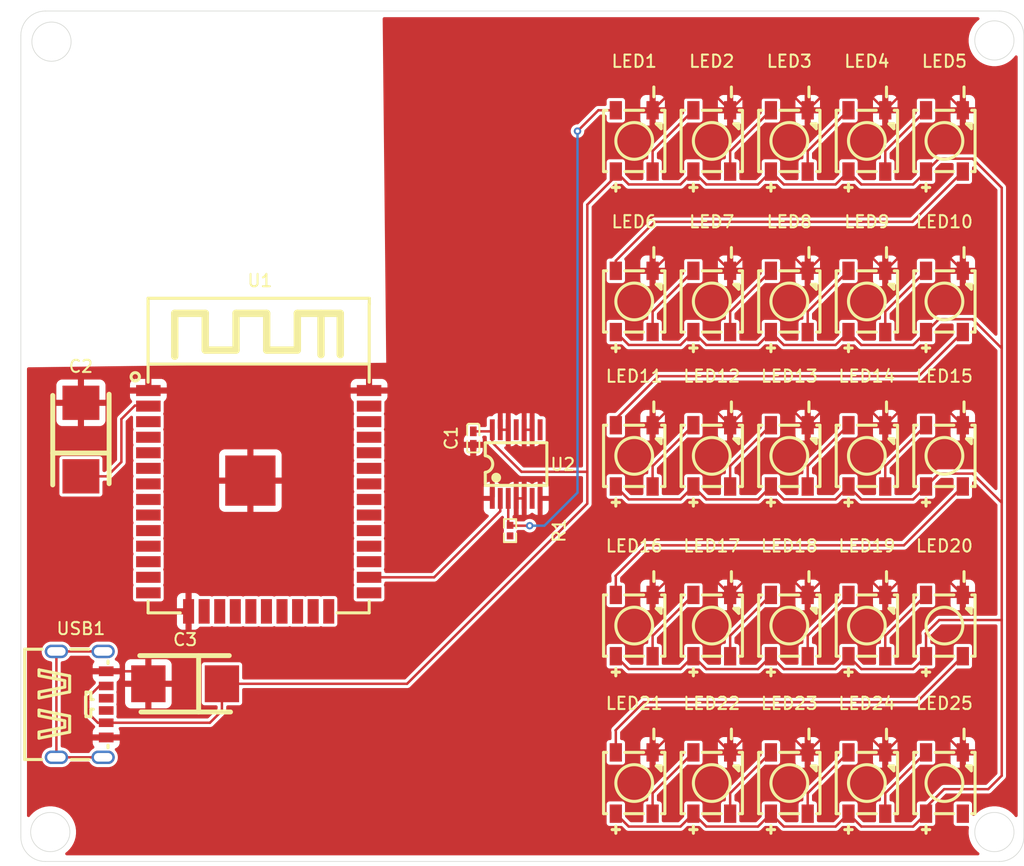
<source format=kicad_pcb>
(kicad_pcb (version 20241229) (generator "pcbnew") (generator_version "9.0")
  (layers (0 "F.Cu" signal) (2 "B.Cu" signal) (13 "F.Paste" user) (15 "B.Paste" user) (5 "F.SilkS" user "F.Silkscreen") (7 "B.SilkS" user "B.Silkscreen") (1 "F.Mask" user) (3 "B.Mask" user) (25 "Edge.Cuts" user))
  (net 0 "")
  (net 1 "IO23")
  (net 2 "IO21")
  (net 3 "SCS_CMD")
  (net 4 "IO32")
  (net 5 "IO27")
  (net 6 "IO12")
  (net 7 "IO22")
  (net 8 "IO19")
  (net 9 "RXD0")
  (net 10 "SDI_SD1")
  (net 11 "SHD_SD2")
  (net 12 "EN")
  (net 13 "TXD0")
  (net 14 "IO0")
  (net 15 "P4Y")
  (net 16 "IO26")
  (net 17 "IO25")
  (net 18 "IO5")
  (net 19 "IO2")
  (net 20 "SENSOR_VN")
  (net 21 "IO35")
  (net 22 "IO33")
  (net 23 "SENSOR_VP")
  (net 24 "IO14")
  (net 25 "IO17")
  (net 26 "P2Y")
  (net 27 "IO18")
  (net 28 "IO16")
  (net 29 "SDO_SD0")
  (net 30 "IO34")
  (net 31 "P3Y")
  (net 32 "esp32Controller.footprint.pins[25].net-net")
  (net 33 "SCK_CLK")
  (net 34 "IO13")
  (net 35 "IO15")
  (net 36 "SWP_SD3")
  (net 37 "levelShifter_P1Y_Resistor-net")
  (net 38 "P1A")
  (net 39 "EH")
  (net 40 "B5")
  (net 41 "A5")
  (net 42 "led_columns[0]-DIN-1")
  (net 43 "led_columns[3]-DIN")
  (net 44 "data_in-1")
  (net 45 "data_in")
  (net 46 "led_columns[4]-DIN")
  (net 47 "led_columns[0]-DOU")
  (net 48 "led_columns[4]-DOU-2")
  (net 49 "led_columns[2]-DOU")
  (net 50 "led_columns[1]-DOU-2")
  (net 51 "led_columns[1]-DOU-1")
  (net 52 "led_columns[2]-DOU-1")
  (net 53 "led_columns[3]-DOU-1")
  (net 54 "VDD")
  (net 55 "data_in-2")
  (net 56 "led_columns[2]-DOU-2")
  (net 57 "led_columns[1]-DIN")
  (net 58 "led_columns[1]-DOU")
  (net 59 "led_columns[4]-DOU-1")
  (net 60 "led_columns[4]-DOU")
  (net 61 "led_columns[3]-DIN-1")
  (net 62 "led_columns[0]-DIN")
  (net 63 "led_columns[0]-DOU-1")
  (net 64 "gnd")
  (net 65 "data_in-3")
  (net 66 "data_in-4")
  (net 67 "data_out")
  (net 68 "led_columns[3]-DOU")
  (net 69 "led_columns[2]-DIN")
  (net 70 "P3V3")
  (footprint "XINGLIGHT_XL_5050RGBC_WS2812B:LED-SMD_4P-L5.0-W5.0-BL_XL-5050RGBC" (layer "F.Cu") (at 122.95 77.8)
    (property "Reference" "LED7")
    (property "Value" "")
  )
  (footprint "Samsung_Electro_Mechanics_CL05B104KO5NNNC:C0402" (layer "F.Cu") (at 103.5 88.95 90)
    (property "Reference" "C1")
    (property "Value" "100nF ±10% 16V X7R" (hide yes))
  )
  (footprint "XINGLIGHT_XL_5050RGBC_WS2812B:LED-SMD_4P-L5.0-W5.0-BL_XL-5050RGBC" (layer "F.Cu") (at 129.275 90.4)
    (property "Reference" "LED13")
    (property "Value" "")
  )
  (footprint "AVX_TAJD477K006RNJ:CASE-D_7343" (layer "F.Cu") (at 80 109)
    (property "Reference" "C3")
    (property "Value" "470µF ±10%")
  )
  (footprint "XINGLIGHT_XL_5050RGBC_WS2812B:LED-SMD_4P-L5.0-W5.0-BL_XL-5050RGBC" (layer "F.Cu") (at 141.925 64.7)
    (property "Reference" "LED5")
    (property "Value" "")
  )
  (footprint "XINGLIGHT_XL_5050RGBC_WS2812B:LED-SMD_4P-L5.0-W5.0-BL_XL-5050RGBC" (layer "F.Cu") (at 135.6 117.1)
    (property "Reference" "LED24")
    (property "Value" "")
  )
  (footprint "Espressif_Systems_ESP32_WROOM_32_N4:WIFIM-SMD_ESP32-WROOM-32-N4" (layer "F.Cu") (at 86 94.08)
    (property "Reference" "U1")
    (property "Value" "")
  )
  (footprint "XINGLIGHT_XL_5050RGBC_WS2812B:LED-SMD_4P-L5.0-W5.0-BL_XL-5050RGBC" (layer "F.Cu") (at 129.275 77.8)
    (property "Reference" "LED8")
    (property "Value" "")
  )
  (footprint "XINGLIGHT_XL_5050RGBC_WS2812B:LED-SMD_4P-L5.0-W5.0-BL_XL-5050RGBC" (layer "F.Cu") (at 116.625 104.25)
    (property "Reference" "LED16")
    (property "Value" "")
  )
  (footprint "XINGLIGHT_XL_5050RGBC_WS2812B:LED-SMD_4P-L5.0-W5.0-BL_XL-5050RGBC" (layer "F.Cu") (at 116.625 117.1)
    (property "Reference" "LED21")
    (property "Value" "")
  )
  (footprint "XINGLIGHT_XL_5050RGBC_WS2812B:LED-SMD_4P-L5.0-W5.0-BL_XL-5050RGBC" (layer "F.Cu") (at 116.625 77.8)
    (property "Reference" "LED6")
    (property "Value" "")
  )
  (footprint "XINGLIGHT_XL_5050RGBC_WS2812B:LED-SMD_4P-L5.0-W5.0-BL_XL-5050RGBC" (layer "F.Cu") (at 135.6 77.8)
    (property "Reference" "LED9")
    (property "Value" "")
  )
  (footprint "Texas_Instruments_SN74AHCT125PWR:TSSOP-14_L5.0-W4.4-P0.65-LS6.4-BL" (layer "F.Cu") (at 107 91.07)
    (property "Reference" "U2")
    (property "Value" "")
  )
  (footprint "XINGLIGHT_XL_5050RGBC_WS2812B:LED-SMD_4P-L5.0-W5.0-BL_XL-5050RGBC" (layer "F.Cu") (at 141.925 77.8)
    (property "Reference" "LED10")
    (property "Value" "")
  )
  (footprint "UNI_ROYAL_0402WGF1000TCE:R0402" (layer "F.Cu") (at 106.5 96.5 -90)
    (property "Reference" "R1")
    (property "Value" "100Ω ±1% 62.5mW")
  )
  (footprint "SHOU_HAN_TYPE_C_6P:TYPE-C-SMD_TYPE-C-6P" (layer "F.Cu") (at 71.53 110.68 -90)
    (property "Reference" "USB1")
    (property "Value" "")
  )
  (footprint "XINGLIGHT_XL_5050RGBC_WS2812B:LED-SMD_4P-L5.0-W5.0-BL_XL-5050RGBC" (layer "F.Cu") (at 129.275 104.25)
    (property "Reference" "LED18")
    (property "Value" "")
  )
  (footprint "XINGLIGHT_XL_5050RGBC_WS2812B:LED-SMD_4P-L5.0-W5.0-BL_XL-5050RGBC" (layer "F.Cu") (at 122.95 90.4)
    (property "Reference" "LED12")
    (property "Value" "")
  )
  (footprint "XINGLIGHT_XL_5050RGBC_WS2812B:LED-SMD_4P-L5.0-W5.0-BL_XL-5050RGBC" (layer "F.Cu") (at 141.925 90.4)
    (property "Reference" "LED15")
    (property "Value" "")
  )
  (footprint "XINGLIGHT_XL_5050RGBC_WS2812B:LED-SMD_4P-L5.0-W5.0-BL_XL-5050RGBC" (layer "F.Cu") (at 129.275 117.1)
    (property "Reference" "LED23")
    (property "Value" "")
  )
  (footprint "XINGLIGHT_XL_5050RGBC_WS2812B:LED-SMD_4P-L5.0-W5.0-BL_XL-5050RGBC" (layer "F.Cu") (at 141.925 117.1)
    (property "Reference" "LED25")
    (property "Value" "")
  )
  (footprint "XINGLIGHT_XL_5050RGBC_WS2812B:LED-SMD_4P-L5.0-W5.0-BL_XL-5050RGBC" (layer "F.Cu") (at 122.95 104.25)
    (property "Reference" "LED17")
    (property "Value" "")
  )
  (footprint "XINGLIGHT_XL_5050RGBC_WS2812B:LED-SMD_4P-L5.0-W5.0-BL_XL-5050RGBC" (layer "F.Cu") (at 116.625 64.7)
    (property "Reference" "LED1")
    (property "Value" "")
  )
  (footprint "XINGLIGHT_XL_5050RGBC_WS2812B:LED-SMD_4P-L5.0-W5.0-BL_XL-5050RGBC" (layer "F.Cu") (at 141.925 104.25)
    (property "Reference" "LED20")
    (property "Value" "")
  )
  (footprint "XINGLIGHT_XL_5050RGBC_WS2812B:LED-SMD_4P-L5.0-W5.0-BL_XL-5050RGBC" (layer "F.Cu") (at 116.625 90.4)
    (property "Reference" "LED11")
    (property "Value" "")
  )
  (footprint "XINGLIGHT_XL_5050RGBC_WS2812B:LED-SMD_4P-L5.0-W5.0-BL_XL-5050RGBC" (layer "F.Cu") (at 122.95 64.7)
    (property "Reference" "LED2")
    (property "Value" "")
  )
  (footprint "XINGLIGHT_XL_5050RGBC_WS2812B:LED-SMD_4P-L5.0-W5.0-BL_XL-5050RGBC" (layer "F.Cu") (at 135.6 104.25)
    (property "Reference" "LED19")
    (property "Value" "")
  )
  (footprint "AVX_TAJD477K006RNJ:CASE-D_7343" (layer "F.Cu") (at 71.5 89.07 -90)
    (property "Reference" "C2")
    (property "Value" "470µF ±10%")
  )
  (footprint "XINGLIGHT_XL_5050RGBC_WS2812B:LED-SMD_4P-L5.0-W5.0-BL_XL-5050RGBC" (layer "F.Cu") (at 135.6 64.7)
    (property "Reference" "LED4")
    (property "Value" "")
  )
  (footprint "XINGLIGHT_XL_5050RGBC_WS2812B:LED-SMD_4P-L5.0-W5.0-BL_XL-5050RGBC" (layer "F.Cu") (at 135.6 90.4)
    (property "Reference" "LED14")
    (property "Value" "")
  )
  (footprint "XINGLIGHT_XL_5050RGBC_WS2812B:LED-SMD_4P-L5.0-W5.0-BL_XL-5050RGBC" (layer "F.Cu") (at 129.275 64.7)
    (property "Reference" "LED3")
    (property "Value" "")
  )
  (footprint "XINGLIGHT_XL_5050RGBC_WS2812B:LED-SMD_4P-L5.0-W5.0-BL_XL-5050RGBC" (layer "F.Cu") (at 122.95 117.1)
    (property "Reference" "LED22")
    (property "Value" "")
  )
  (gr_arc (start 66.6 56.1) (mid 67.185786 54.685786) (end 68.6 54.1) (stroke (width 0.05)) (layer "Edge.Cuts"))
  (gr_line (start 68.6 54.1) (end 146.4 54.1) (stroke (width 0.05)) (layer "Edge.Cuts"))
  (gr_circle (center 146 56.5) (end 147.6 56.5) (stroke (width 0.05)) (fill no) (layer "Edge.Cuts"))
  (gr_line (start 148.4 56.1) (end 148.4 121.5) (stroke (width 0.05)) (layer "Edge.Cuts"))
  (gr_arc (start 146.4 54.1) (mid 147.814214 54.685786) (end 148.4 56.1) (stroke (width 0.05)) (layer "Edge.Cuts"))
  (gr_circle (center 69.1 56.6) (end 70.7 56.6) (stroke (width 0.05)) (fill no) (layer "Edge.Cuts"))
  (gr_circle (center 69 121.1) (end 70.6 121.1) (stroke (width 0.05)) (fill no) (layer "Edge.Cuts"))
  (gr_circle (center 146 121.1) (end 147.6 121.1) (stroke (width 0.05)) (fill no) (layer "Edge.Cuts"))
  (gr_line (start 146.4 123.5) (end 68.6 123.5) (stroke (width 0.05)) (layer "Edge.Cuts"))
  (gr_arc (start 148.4 121.5) (mid 147.814214 122.914214) (end 146.4 123.5) (stroke (width 0.05)) (layer "Edge.Cuts"))
  (gr_line (start 66.6 121.5) (end 66.6 56.1) (stroke (width 0.05)) (layer "Edge.Cuts"))
  (gr_arc (start 68.6 123.5) (mid 67.185786 122.914214) (end 66.6 121.5) (stroke (width 0.05)) (layer "Edge.Cuts"))
  (segment (start 105.7 94.92) (end 100.31 100.31) (width 0.2) (layer "F.Cu") (net 38))
  (segment (start 105.7 93.87) (end 105.7 94.92) (width 0.2) (layer "F.Cu") (net 38))
  (segment (start 100.31 100.31) (end 95 100.31) (width 0.2) (layer "F.Cu") (net 38))
  (segment (start 73.31 106.36) (end 69.5 106.36) (width 0.2) (layer "F.Cu") (net 39))
  (segment (start 69.5 115) (end 73.31 115) (width 0.2) (layer "F.Cu") (net 39))
  (segment (start 69.5 106.36) (end 69.5 115) (width 0.2) (layer "F.Cu") (net 39))
  (segment (start 130.775 67.2) (end 130.775 65.525) (width 0.2) (layer "F.Cu") (net 42))
  (segment (start 130.775 65.525) (end 134.1 62.2) (width 0.2) (layer "F.Cu") (net 42))
  (segment (start 124.45 106.75) (end 124.45 105.075) (width 0.2) (layer "F.Cu") (net 43))
  (segment (start 124.45 105.075) (end 127.775 101.75) (width 0.2) (layer "F.Cu") (net 43))
  (segment (start 143.425 106.75) (end 139.675 110.5) (width 0.2) (layer "F.Cu") (net 44))
  (segment (start 115.1 112.8) (end 115.125 112.825) (width 0.2) (layer "F.Cu") (net 44))
  (segment (start 139.675 110.5) (end 117.4 110.5) (width 0.2) (layer "F.Cu") (net 44))
  (segment (start 115.125 112.825) (end 115.125 114.6) (width 0.2) (layer "F.Cu") (net 44))
  (segment (start 117.4 110.5) (end 115.1 112.8) (width 0.2) (layer "F.Cu") (net 44))
  (segment (start 115.125 74.475) (end 115.125 75.3) (width 0.2) (layer "F.Cu") (net 45))
  (segment (start 118.3 71.3) (end 115.125 74.475) (width 0.2) (layer "F.Cu") (net 45))
  (segment (start 139.325 71.3) (end 118.3 71.3) (width 0.2) (layer "F.Cu") (net 45))
  (segment (start 143.425 67.2) (end 139.325 71.3) (width 0.2) (layer "F.Cu") (net 45))
  (segment (start 118.125 119.6) (end 118.125 117.925) (width 0.2) (layer "F.Cu") (net 46))
  (segment (start 118.125 117.925) (end 121.45 114.6) (width 0.2) (layer "F.Cu") (net 46))
  (segment (start 118.125 65.525) (end 121.45 62.2) (width 0.2) (layer "F.Cu") (net 47))
  (segment (start 118.125 67.2) (end 118.125 65.525) (width 0.2) (layer "F.Cu") (net 47))
  (segment (start 137.1 117.925) (end 140.425 114.6) (width 0.2) (layer "F.Cu") (net 48))
  (segment (start 137.1 119.6) (end 137.1 117.925) (width 0.2) (layer "F.Cu") (net 48))
  (segment (start 137.1 91.225) (end 140.425 87.9) (width 0.2) (layer "F.Cu") (net 49))
  (segment (start 137.1 92.9) (end 137.1 91.225) (width 0.2) (layer "F.Cu") (net 49))
  (segment (start 124.45 80.3) (end 124.45 78.625) (width 0.2) (layer "F.Cu") (net 50))
  (segment (start 124.45 78.625) (end 127.775 75.3) (width 0.2) (layer "F.Cu") (net 50))
  (segment (start 130.775 78.625) (end 134.1 75.3) (width 0.2) (layer "F.Cu") (net 51))
  (segment (start 130.775 80.3) (end 130.775 78.625) (width 0.2) (layer "F.Cu") (net 51))
  (segment (start 118.125 92.9) (end 118.125 91.225) (width 0.2) (layer "F.Cu") (net 52))
  (segment (start 118.125 91.225) (end 121.45 87.9) (width 0.2) (layer "F.Cu") (net 52))
  (segment (start 118.125 105.075) (end 121.45 101.75) (width 0.2) (layer "F.Cu") (net 53))
  (segment (start 118.125 106.75) (end 118.125 105.075) (width 0.2) (layer "F.Cu") (net 53))
  (segment (start 134.1 92.9) (end 135.151 93.951) (width 0.2) (layer "F.Cu") (net 54))
  (segment (start 120.399 120.651) (end 121.45 119.6) (width 0.2) (layer "F.Cu") (net 54))
  (segment (start 133.049 93.951) (end 134.1 92.9) (width 0.2) (layer "F.Cu") (net 54))
  (segment (start 105.05 89.32) (end 107.43 91.7) (width 0.2) (layer "F.Cu") (net 54))
  (segment (start 121.45 92.9) (end 122.501 93.951) (width 0.2) (layer "F.Cu") (net 54))
  (segment (start 135.151 120.651) (end 139.374 120.651) (width 0.2) (layer "F.Cu") (net 54))
  (segment (start 128.826 81.351) (end 133.049 81.351) (width 0.2) (layer "F.Cu") (net 54))
  (segment (start 144.226 79.249) (end 146.6 81.623) (width 0.2) (layer "F.Cu") (net 54))
  (segment (start 139.374 93.951) (end 140.425 92.9) (width 0.2) (layer "F.Cu") (net 54))
  (segment (start 141.9 117.6) (end 140.425 119.075) (width 0.2) (layer "F.Cu") (net 54))
  (segment (start 135.151 68.251) (end 139.374 68.251) (width 0.2) (layer "F.Cu") (net 54))
  (segment (start 104.92 88.4) (end 105.05 88.27) (width 0.2) (layer "F.Cu") (net 54))
  (segment (start 121.45 106.75) (end 122.501 107.801) (width 0.2) (layer "F.Cu") (net 54))
  (segment (start 133.049 81.351) (end 134.1 80.3) (width 0.2) (layer "F.Cu") (net 54))
  (segment (start 128.826 120.651) (end 133.049 120.651) (width 0.2) (layer "F.Cu") (net 54))
  (segment (start 146.6 116.5) (end 145.5 117.6) (width 0.2) (layer "F.Cu") (net 54))
  (segment (start 133.049 107.801) (end 134.1 106.75) (width 0.2) (layer "F.Cu") (net 54))
  (segment (start 112.8 94.3) (end 112.8 91.7) (width 0.2) (layer "F.Cu") (net 54))
  (segment (start 144.226 91.849) (end 146.6 94.223) (width 0.2) (layer "F.Cu") (net 54))
  (segment (start 72.1 110.088) (end 72.1 111.4) (width 0.2) (layer "F.Cu") (net 54))
  (segment (start 139.374 68.251) (end 140.425 67.2) (width 0.2) (layer "F.Cu") (net 54))
  (segment (start 140.425 92.9) (end 141.476 91.849) (width 0.2) (layer "F.Cu") (net 54))
  (segment (start 112.8 91.7) (end 112.8 69.9) (width 0.2) (layer "F.Cu") (net 54))
  (segment (start 146.6 94.223) (end 146.6 103.8) (width 0.2) (layer "F.Cu") (net 54))
  (segment (start 140.425 119.075) (end 140.425 119.6) (width 0.2) (layer "F.Cu") (net 54))
  (segment (start 139.374 120.651) (end 140.425 119.6) (width 0.2) (layer "F.Cu") (net 54))
  (segment (start 126.724 93.951) (end 127.775 92.9) (width 0.2) (layer "F.Cu") (net 54))
  (segment (start 133.049 68.251) (end 134.1 67.2) (width 0.2) (layer "F.Cu") (net 54))
  (segment (start 121.45 80.3) (end 122.501 81.351) (width 0.2) (layer "F.Cu") (net 54))
  (segment (start 141.476 66.149) (end 144.226 66.149) (width 0.2) (layer "F.Cu") (net 54))
  (segment (start 145.5 117.6) (end 141.9 117.6) (width 0.2) (layer "F.Cu") (net 54))
  (segment (start 146.6 81.623) (end 146.6 94.223) (width 0.2) (layer "F.Cu") (net 54))
  (segment (start 135.151 93.951) (end 139.374 93.951) (width 0.2) (layer "F.Cu") (net 54))
  (segment (start 128.826 68.251) (end 133.049 68.251) (width 0.2) (layer "F.Cu") (net 54))
  (segment (start 139.374 107.801) (end 140.425 106.75) (width 0.2) (layer "F.Cu") (net 54))
  (segment (start 140.425 67.2) (end 141.476 66.149) (width 0.2) (layer "F.Cu") (net 54))
  (segment (start 120.399 68.251) (end 121.45 67.2) (width 0.2) (layer "F.Cu") (net 54))
  (segment (start 115.125 80.3) (end 116.176 81.351) (width 0.2) (layer "F.Cu") (net 54))
  (segment (start 146.6 68.523) (end 146.6 81.623) (width 0.2) (layer "F.Cu") (net 54))
  (segment (start 140.425 80.3) (end 141.476 79.249) (width 0.2) (layer "F.Cu") (net 54))
  (segment (start 115.125 92.9) (end 116.176 93.951) (width 0.2) (layer "F.Cu") (net 54))
  (segment (start 99.1 108) (end 112.8 94.3) (width 0.2) (layer "F.Cu") (net 54))
  (segment (start 72.88 112.18) (end 73.56 112.18) (width 0.2) (layer "F.Cu") (net 54))
  (segment (start 146.6 103.8) (end 141.5 103.8) (width 0.2) (layer "F.Cu") (net 54))
  (segment (start 122.501 68.251) (end 126.724 68.251) (width 0.2) (layer "F.Cu") (net 54))
  (segment (start 134.1 67.2) (end 135.151 68.251) (width 0.2) (layer "F.Cu") (net 54))
  (segment (start 126.724 120.651) (end 127.775 119.6) (width 0.2) (layer "F.Cu") (net 54))
  (segment (start 122.501 81.351) (end 126.724 81.351) (width 0.2) (layer "F.Cu") (net 54))
  (segment (start 115.125 67.2) (end 115.125 67.575) (width 0.2) (layer "F.Cu") (net 54))
  (segment (start 127.775 80.3) (end 128.826 81.351) (width 0.2) (layer "F.Cu") (net 54))
  (segment (start 103.5 88.4) (end 104.92 88.4) (width 0.2) (layer "F.Cu") (net 54))
  (segment (start 116.176 107.801) (end 120.399 107.801) (width 0.2) (layer "F.Cu") (net 54))
  (segment (start 126.724 68.251) (end 127.775 67.2) (width 0.2) (layer "F.Cu") (net 54))
  (segment (start 126.724 107.801) (end 127.775 106.75) (width 0.2) (layer "F.Cu") (net 54))
  (segment (start 127.775 67.2) (end 128.826 68.251) (width 0.2) (layer "F.Cu") (net 54))
  (segment (start 141.476 79.249) (end 144.226 79.249) (width 0.2) (layer "F.Cu") (net 54))
  (segment (start 83 109) (end 98.1 109) (width 0.2) (layer "F.Cu") (net 54))
  (segment (start 126.724 81.351) (end 127.775 80.3) (width 0.2) (layer "F.Cu") (net 54))
  (segment (start 73.56 109.18) (end 73.008 109.18) (width 0.2) (layer "F.Cu") (net 54))
  (segment (start 141.476 91.849) (end 144.226 91.849) (width 0.2) (layer "F.Cu") (net 54))
  (segment (start 128.826 93.951) (end 133.049 93.951) (width 0.2) (layer "F.Cu") (net 54))
  (segment (start 115.125 67.575) (end 112.8 69.9) (width 0.2) (layer "F.Cu") (net 54))
  (segment (start 120.399 93.951) (end 121.45 92.9) (width 0.2) (layer "F.Cu") (net 54))
  (segment (start 146.6 103.8) (end 146.6 116.5) (width 0.2) (layer "F.Cu") (net 54))
  (segment (start 144.226 66.149) (end 146.6 68.523) (width 0.2) (layer "F.Cu") (net 54))
  (segment (start 116.176 81.351) (end 120.399 81.351) (width 0.2) (layer "F.Cu") (net 54))
  (segment (start 116.176 68.251) (end 120.399 68.251) (width 0.2) (layer "F.Cu") (net 54))
  (segment (start 73.008 109.18) (end 72.1 110.088) (width 0.2) (layer "F.Cu") (net 54))
  (segment (start 122.501 93.951) (end 126.724 93.951) (width 0.2) (layer "F.Cu") (net 54))
  (segment (start 128.826 107.801) (end 133.049 107.801) (width 0.2) (layer "F.Cu") (net 54))
  (segment (start 115.125 106.75) (end 116.176 107.801) (width 0.2) (layer "F.Cu") (net 54))
  (segment (start 122.501 107.801) (end 126.724 107.801) (width 0.2) (layer "F.Cu") (net 54))
  (segment (start 133.049 120.651) (end 134.1 119.6) (width 0.2) (layer "F.Cu") (net 54))
  (segment (start 140.425 104.925) (end 140.425 106.75) (width 0.2) (layer "F.Cu") (net 54))
  (segment (start 134.1 106.75) (end 135.151 107.801) (width 0.2) (layer "F.Cu") (net 54))
  (segment (start 83 109) (end 83 111.2) (width 0.2) (layer "F.Cu") (net 54))
  (segment (start 120.399 81.351) (end 121.45 80.3) (width 0.2) (layer "F.Cu") (net 54))
  (segment (start 121.45 67.2) (end 122.501 68.251) (width 0.2) (layer "F.Cu") (net 54))
  (segment (start 82.02 112.18) (end 83 111.2) (width 0.2) (layer "F.Cu") (net 54))
  (segment (start 116.176 93.951) (end 120.399 93.951) (width 0.2) (layer "F.Cu") (net 54))
  (segment (start 139.374 81.351) (end 140.425 80.3) (width 0.2) (layer "F.Cu") (net 54))
  (segment (start 105.05 88.27) (end 105.05 89.32) (width 0.2) (layer "F.Cu") (net 54))
  (segment (start 73.56 112.18) (end 82.02 112.18) (width 0.2) (layer "F.Cu") (net 54))
  (segment (start 121.45 119.6) (end 122.501 120.651) (width 0.2) (layer "F.Cu") (net 54))
  (segment (start 134.1 119.6) (end 135.151 120.651) (width 0.2) (layer "F.Cu") (net 54))
  (segment (start 115.125 67.2) (end 116.176 68.251) (width 0.2) (layer "F.Cu") (net 54))
  (segment (start 98.1 109) (end 99.1 108) (width 0.2) (layer "F.Cu") (net 54))
  (segment (start 127.775 106.75) (end 128.826 107.801) (width 0.2) (layer "F.Cu") (net 54))
  (segment (start 72.1 111.4) (end 72.88 112.18) (width 0.2) (layer "F.Cu") (net 54))
  (segment (start 135.151 81.351) (end 139.374 81.351) (width 0.2) (layer "F.Cu") (net 54))
  (segment (start 120.399 107.801) (end 121.45 106.75) (width 0.2) (layer "F.Cu") (net 54))
  (segment (start 134.1 80.3) (end 135.151 81.351) (width 0.2) (layer "F.Cu") (net 54))
  (segment (start 135.151 107.801) (end 139.374 107.801) (width 0.2) (layer "F.Cu") (net 54))
  (segment (start 141.5 103.8) (end 140.4 104.9) (width 0.2) (layer "F.Cu") (net 54))
  (segment (start 140.4 104.9) (end 140.425 104.925) (width 0.2) (layer "F.Cu") (net 54))
  (segment (start 107.43 91.7) (end 112.8 91.7) (width 0.2) (layer "F.Cu") (net 54))
  (segment (start 122.501 120.651) (end 126.724 120.651) (width 0.2) (layer "F.Cu") (net 54))
  (segment (start 116.176 120.651) (end 120.399 120.651) (width 0.2) (layer "F.Cu") (net 54))
  (segment (start 127.775 119.6) (end 128.826 120.651) (width 0.2) (layer "F.Cu") (net 54))
  (segment (start 115.125 119.6) (end 116.176 120.651) (width 0.2) (layer "F.Cu") (net 54))
  (segment (start 127.775 92.9) (end 128.826 93.951) (width 0.2) (layer "F.Cu") (net 54))
  (segment (start 106.53 96.1) (end 106.5 96.07) (width 0.2) (layer "F.Cu") (net 55))
  (segment (start 106.35 93.87) (end 106.35 95.92) (width 0.2) (layer "F.Cu") (net 55))
  (segment (start 115.125 62.2) (end 113.7 62.2) (width 0.2) (layer "F.Cu") (net 55))
  (segment (start 108.1 96.1) (end 106.53 96.1) (width 0.2) (layer "F.Cu") (net 55))
  (segment (start 113.7 62.2) (end 112 63.9) (width 0.2) (layer "F.Cu") (net 55))
  (segment (start 106.35 95.92) (end 106.5 96.07) (width 0.2) (layer "F.Cu") (net 55))
  (via (at 108.1 96.1) (size 0.6) (drill 0.3) (layers "F.Cu" "B.Cu") (net 55))
  (via (at 112 63.9) (size 0.6) (drill 0.3) (layers "F.Cu" "B.Cu") (net 55))
  (segment (start 112 93.4) (end 109.3 96.1) (width 0.2) (layer "B.Cu") (net 55))
  (segment (start 109.3 96.1) (end 108.1 96.1) (width 0.2) (layer "B.Cu") (net 55))
  (segment (start 112 63.9) (end 112 93.4) (width 0.2) (layer "B.Cu") (net 55))
  (segment (start 130.775 92.9) (end 130.775 91.225) (width 0.2) (layer "F.Cu") (net 56))
  (segment (start 130.775 91.225) (end 134.1 87.9) (width 0.2) (layer "F.Cu") (net 56))
  (segment (start 137.1 78.625) (end 140.425 75.3) (width 0.2) (layer "F.Cu") (net 57))
  (segment (start 137.1 80.3) (end 137.1 78.625) (width 0.2) (layer "F.Cu") (net 57))
  (segment (start 118.125 80.3) (end 118.125 78.625) (width 0.2) (layer "F.Cu") (net 58))
  (segment (start 118.125 78.625) (end 121.45 75.3) (width 0.2) (layer "F.Cu") (net 58))
  (segment (start 130.775 117.925) (end 134.1 114.6) (width 0.2) (layer "F.Cu") (net 59))
  (segment (start 130.775 119.6) (end 130.775 117.925) (width 0.2) (layer "F.Cu") (net 59))
  (segment (start 124.45 119.6) (end 124.45 117.925) (width 0.2) (layer "F.Cu") (net 60))
  (segment (start 124.45 117.925) (end 127.775 114.6) (width 0.2) (layer "F.Cu") (net 60))
  (segment (start 137.1 105.075) (end 140.425 101.75) (width 0.2) (layer "F.Cu") (net 61))
  (segment (start 137.1 106.75) (end 137.1 105.075) (width 0.2) (layer "F.Cu") (net 61))
  (segment (start 137.1 67.2) (end 137.1 65.525) (width 0.2) (layer "F.Cu") (net 62))
  (segment (start 137.1 65.525) (end 140.425 62.2) (width 0.2) (layer "F.Cu") (net 62))
  (segment (start 124.45 67.2) (end 124.45 65.525) (width 0.2) (layer "F.Cu") (net 63))
  (segment (start 124.45 65.525) (end 127.775 62.2) (width 0.2) (layer "F.Cu") (net 63))
  (segment (start 138.151 61.149) (end 142.374 61.149) (width 0.2) (layer "F.Cu") (net 64))
  (segment (start 125.501 100.699) (end 129.724 100.699) (width 0.2) (layer "F.Cu") (net 64))
  (segment (start 131.826 74.249) (end 136.049 74.249) (width 0.2) (layer "F.Cu") (net 64))
  (segment (start 130.775 75.3) (end 131.826 74.249) (width 0.2) (layer "F.Cu") (net 64))
  (segment (start 131.826 113.549) (end 136.049 113.549) (width 0.2) (layer "F.Cu") (net 64))
  (segment (start 136.049 61.149) (end 137.1 62.2) (width 0.2) (layer "F.Cu") (net 64))
  (segment (start 137.1 62.2) (end 138.151 61.149) (width 0.2) (layer "F.Cu") (net 64))
  (segment (start 119.176 61.149) (end 123.399 61.149) (width 0.2) (layer "F.Cu") (net 64))
  (segment (start 108.8 95.4) (end 108.95 95.25) (width 0.2) (layer "F.Cu") (net 64))
  (segment (start 123.399 100.699) (end 124.45 101.75) (width 0.2) (layer "F.Cu") (net 64))
  (segment (start 71.77 86.34) (end 71.5 86.07) (width 0.2) (layer "F.Cu") (net 64))
  (segment (start 136.049 100.699) (end 137.1 101.75) (width 0.2) (layer "F.Cu") (net 64))
  (segment (start 125.501 61.149) (end 129.724 61.149) (width 0.2) (layer "F.Cu") (net 64))
  (segment (start 142.374 86.849) (end 143.425 87.9) (width 0.2) (layer "F.Cu") (net 64))
  (segment (start 138.151 113.549) (end 142.374 113.549) (width 0.2) (layer "F.Cu") (net 64))
  (segment (start 124.45 75.3) (end 125.501 74.249) (width 0.2) (layer "F.Cu") (net 64))
  (segment (start 118.125 114.6) (end 119.176 113.549) (width 0.2) (layer "F.Cu") (net 64))
  (segment (start 130.775 62.2) (end 131.826 61.149) (width 0.2) (layer "F.Cu") (net 64))
  (segment (start 142.374 61.149) (end 143.425 62.2) (width 0.2) (layer "F.Cu") (net 64))
  (segment (start 129.724 86.849) (end 130.775 87.9) (width 0.2) (layer "F.Cu") (net 64))
  (segment (start 107 92.4) (end 106.6 92) (width 0.2) (layer "F.Cu") (net 64))
  (segment (start 118.125 62.2) (end 119.176 61.149) (width 0.2) (layer "F.Cu") (net 64))
  (segment (start 105.5 92) (end 105.05 92.45) (width 0.2) (layer "F.Cu") (net 64))
  (segment (start 137.1 114.6) (end 138.151 113.549) (width 0.2) (layer "F.Cu") (net 64))
  (segment (start 125.55 113.5) (end 129.675 113.5) (width 0.2) (layer "F.Cu") (net 64))
  (segment (start 131.875 86.8) (end 136 86.8) (width 0.2) (layer "F.Cu") (net 64))
  (segment (start 142.374 113.549) (end 143.425 114.6) (width 0.2) (layer "F.Cu") (net 64))
  (segment (start 123.399 74.249) (end 124.45 75.3) (width 0.2) (layer "F.Cu") (net 64))
  (segment (start 107.65 95.25) (end 107.8 95.4) (width 0.2) (layer "F.Cu") (net 64))
  (segment (start 124.45 101.75) (end 125.501 100.699) (width 0.2) (layer "F.Cu") (net 64))
  (segment (start 123.399 113.549) (end 124.45 114.6) (width 0.2) (layer "F.Cu") (net 64))
  (segment (start 106.6 86.2) (end 107.4 86.2) (width 0.2) (layer "F.Cu") (net 64))
  (segment (start 108.95 95.25) (end 108.95 93.87) (width 0.2) (layer "F.Cu") (net 64))
  (segment (start 138.2 74.2) (end 142.325 74.2) (width 0.2) (layer "F.Cu") (net 64))
  (segment (start 107.65 93.87) (end 107 93.87) (width 0.2) (layer "F.Cu") (net 64))
  (segment (start 118.125 75.3) (end 119.176 74.249) (width 0.2) (layer "F.Cu") (net 64))
  (segment (start 119.176 113.549) (end 123.399 113.549) (width 0.2) (layer "F.Cu") (net 64))
  (segment (start 130.775 101.75) (end 131.826 100.699) (width 0.2) (layer "F.Cu") (net 64))
  (segment (start 125.501 86.849) (end 129.724 86.849) (width 0.2) (layer "F.Cu") (net 64))
  (segment (start 136 86.8) (end 137.1 87.9) (width 0.2) (layer "F.Cu") (net 64))
  (segment (start 106.35 86.45) (end 106.6 86.2) (width 0.2) (layer "F.Cu") (net 64))
  (segment (start 123.25 86.7) (end 124.45 87.9) (width 0.2) (layer "F.Cu") (net 64))
  (segment (start 75.98 107.98) (end 77 109) (width 0.2) (layer "F.Cu") (net 64))
  (segment (start 107.4 86.2) (end 107.65 86.45) (width 0.2) (layer "F.Cu") (net 64))
  (segment (start 119.176 100.699) (end 123.399 100.699) (width 0.2) (layer "F.Cu") (net 64))
  (segment (start 119.176 74.249) (end 123.399 74.249) (width 0.2) (layer "F.Cu") (net 64))
  (segment (start 130.775 87.9) (end 131.875 86.8) (width 0.2) (layer "F.Cu") (net 64))
  (segment (start 124.45 114.6) (end 125.55 113.5) (width 0.2) (layer "F.Cu") (net 64))
  (segment (start 138.151 86.849) (end 142.374 86.849) (width 0.2) (layer "F.Cu") (net 64))
  (segment (start 129.675 113.5) (end 130.775 114.6) (width 0.2) (layer "F.Cu") (net 64))
  (segment (start 131.826 100.699) (end 136.049 100.699) (width 0.2) (layer "F.Cu") (net 64))
  (segment (start 107.65 88.27) (end 108.3 88.27) (width 0.2) (layer "F.Cu") (net 64))
  (segment (start 129.724 74.249) (end 130.775 75.3) (width 0.2) (layer "F.Cu") (net 64))
  (segment (start 118.125 87.9) (end 119.325 86.7) (width 0.2) (layer "F.Cu") (net 64))
  (segment (start 105.05 92.45) (end 105.05 93.87) (width 0.2) (layer "F.Cu") (net 64))
  (segment (start 107.65 86.45) (end 107.65 88.27) (width 0.2) (layer "F.Cu") (net 64))
  (segment (start 130.775 114.6) (end 131.826 113.549) (width 0.2) (layer "F.Cu") (net 64))
  (segment (start 106.35 88.27) (end 106.35 86.45) (width 0.2) (layer "F.Cu") (net 64))
  (segment (start 136.049 113.549) (end 137.1 114.6) (width 0.2) (layer "F.Cu") (net 64))
  (segment (start 106.6 92) (end 105.5 92) (width 0.2) (layer "F.Cu") (net 64))
  (segment (start 131.826 61.149) (end 136.049 61.149) (width 0.2) (layer "F.Cu") (net 64))
  (segment (start 125.501 74.249) (end 129.724 74.249) (width 0.2) (layer "F.Cu") (net 64))
  (segment (start 123.399 61.149) (end 124.45 62.2) (width 0.2) (layer "F.Cu") (net 64))
  (segment (start 124.45 62.2) (end 125.501 61.149) (width 0.2) (layer "F.Cu") (net 64))
  (segment (start 138.15 100.7) (end 142.375 100.7) (width 0.2) (layer "F.Cu") (net 64))
  (segment (start 76.82 109.18) (end 77 109) (width 0.2) (layer "F.Cu") (net 64))
  (segment (start 129.724 100.699) (end 130.775 101.75) (width 0.2) (layer "F.Cu") (net 64))
  (segment (start 124.45 87.9) (end 125.501 86.849) (width 0.2) (layer "F.Cu") (net 64))
  (segment (start 136.049 74.249) (end 137.1 75.3) (width 0.2) (layer "F.Cu") (net 64))
  (segment (start 73.56 107.98) (end 75.98 107.98) (width 0.2) (layer "F.Cu") (net 64))
  (segment (start 105.7 88.27) (end 106.35 88.27) (width 0.2) (layer "F.Cu") (net 64))
  (segment (start 107.8 95.4) (end 108.8 95.4) (width 0.2) (layer "F.Cu") (net 64))
  (segment (start 107.65 93.87) (end 107.65 95.25) (width 0.2) (layer "F.Cu") (net 64))
  (segment (start 118.125 101.75) (end 119.176 100.699) (width 0.2) (layer "F.Cu") (net 64))
  (segment (start 142.325 74.2) (end 143.425 75.3) (width 0.2) (layer "F.Cu") (net 64))
  (segment (start 129.724 61.149) (end 130.775 62.2) (width 0.2) (layer "F.Cu") (net 64))
  (segment (start 142.375 100.7) (end 143.425 101.75) (width 0.2) (layer "F.Cu") (net 64))
  (segment (start 119.325 86.7) (end 123.25 86.7) (width 0.2) (layer "F.Cu") (net 64))
  (segment (start 137.1 87.9) (end 138.151 86.849) (width 0.2) (layer "F.Cu") (net 64))
  (segment (start 137.1 75.3) (end 138.2 74.2) (width 0.2) (layer "F.Cu") (net 64))
  (segment (start 137.1 101.75) (end 138.15 100.7) (width 0.2) (layer "F.Cu") (net 64))
  (segment (start 107 93.87) (end 107 92.4) (width 0.2) (layer "F.Cu") (net 64))
  (segment (start 117.6 97.7) (end 115.1 100.2) (width 0.2) (layer "F.Cu") (net 65))
  (segment (start 138.625 97.7) (end 117.6 97.7) (width 0.2) (layer "F.Cu") (net 65))
  (segment (start 115.1 100.2) (end 115.125 100.225) (width 0.2) (layer "F.Cu") (net 65))
  (segment (start 115.125 100.225) (end 115.125 101.75) (width 0.2) (layer "F.Cu") (net 65))
  (segment (start 143.425 92.9) (end 138.625 97.7) (width 0.2) (layer "F.Cu") (net 65))
  (segment (start 139.825 83.9) (end 118.6 83.9) (width 0.2) (layer "F.Cu") (net 66))
  (segment (start 115.125 87.375) (end 115.125 87.9) (width 0.2) (layer "F.Cu") (net 66))
  (segment (start 143.425 80.3) (end 139.825 83.9) (width 0.2) (layer "F.Cu") (net 66))
  (segment (start 118.6 83.9) (end 115.125 87.375) (width 0.2) (layer "F.Cu") (net 66))
  (segment (start 130.775 105.075) (end 134.1 101.75) (width 0.2) (layer "F.Cu") (net 68))
  (segment (start 130.775 106.75) (end 130.775 105.075) (width 0.2) (layer "F.Cu") (net 68))
  (segment (start 124.45 92.9) (end 124.45 91.225) (width 0.2) (layer "F.Cu") (net 69))
  (segment (start 124.45 91.225) (end 127.775 87.9) (width 0.2) (layer "F.Cu") (net 69))
  (segment (start 71.5 92.07) (end 73.63 92.07) (width 0.2) (layer "F.Cu") (net 70))
  (segment (start 74.8 87.4) (end 75.9 86.3) (width 0.2) (layer "F.Cu") (net 70))
  (segment (start 74.8 90.9) (end 74.8 87.4) (width 0.2) (layer "F.Cu") (net 70))
  (segment (start 75.9 86.3) (end 76.96 86.3) (width 0.2) (layer "F.Cu") (net 70))
  (segment (start 73.63 92.07) (end 74.8 90.9) (width 0.2) (layer "F.Cu") (net 70))
  (segment (start 76.96 86.3) (end 77 86.34) (width 0.2) (layer "F.Cu") (net 70))
  (zone (net 64) (net_name "gnd") (layer "F.Cu") (name "GND") (connect_pads (clearance 0.25)) (min_thickness 0.25) (fill yes (thermal_gap 0.5) (thermal_bridge_width 0.5))
    (polygon (pts (xy 66.6 54.1) (xy 148.4 54.1) (xy 148.4 123.5) (xy 66.6 123.5)))
  )
  (zone (net 0) (net_name "") (layers "F.Cu" "B.Cu") (connect_pads (clearance 0)) (min_thickness 0.25)
    (keepout (tracks not_allowed) (vias not_allowed) (pads not_allowed) (copperpour not_allowed) (footprints allowed))
    (fill (thermal_gap 0.5) (thermal_bridge_width 0.5))
    (polygon (pts (xy 64.9 53.2) (xy 65.2 83.2) (xy 96.4 82.8) (xy 96.1 53.8)))
  )
)
</source>
